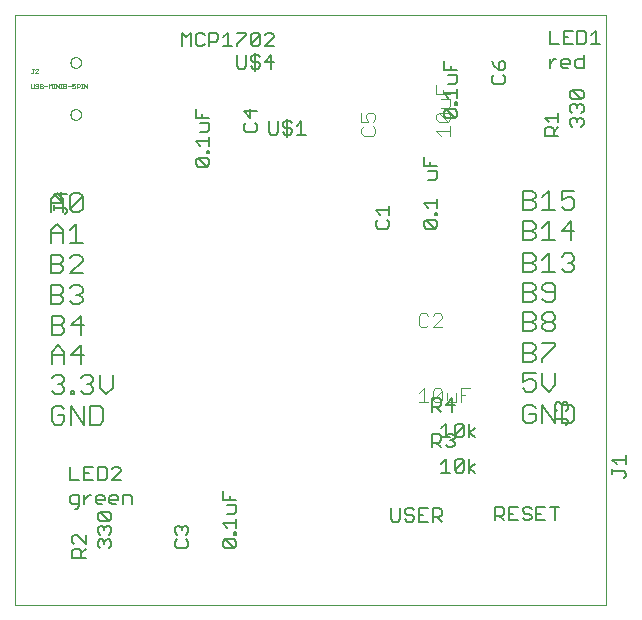
<source format=gbo>
G75*
%MOIN*%
%OFA0B0*%
%FSLAX25Y25*%
%IPPOS*%
%LPD*%
%AMOC8*
5,1,8,0,0,1.08239X$1,22.5*
%
%ADD10C,0.00000*%
%ADD11C,0.00700*%
%ADD12C,0.00500*%
%ADD13C,0.00400*%
%ADD14C,0.00100*%
D10*
X0013611Y0013611D02*
X0013611Y0210461D01*
X0210461Y0210461D01*
X0210461Y0013611D01*
X0013611Y0013611D01*
X0031997Y0177194D02*
X0031999Y0177278D01*
X0032005Y0177361D01*
X0032015Y0177444D01*
X0032029Y0177527D01*
X0032046Y0177609D01*
X0032068Y0177690D01*
X0032093Y0177769D01*
X0032122Y0177848D01*
X0032155Y0177925D01*
X0032191Y0178000D01*
X0032231Y0178074D01*
X0032274Y0178146D01*
X0032321Y0178215D01*
X0032371Y0178282D01*
X0032424Y0178347D01*
X0032480Y0178409D01*
X0032538Y0178469D01*
X0032600Y0178526D01*
X0032664Y0178579D01*
X0032731Y0178630D01*
X0032800Y0178677D01*
X0032871Y0178722D01*
X0032944Y0178762D01*
X0033019Y0178799D01*
X0033096Y0178833D01*
X0033174Y0178863D01*
X0033253Y0178889D01*
X0033334Y0178912D01*
X0033416Y0178930D01*
X0033498Y0178945D01*
X0033581Y0178956D01*
X0033664Y0178963D01*
X0033748Y0178966D01*
X0033832Y0178965D01*
X0033915Y0178960D01*
X0033999Y0178951D01*
X0034081Y0178938D01*
X0034163Y0178922D01*
X0034244Y0178901D01*
X0034325Y0178877D01*
X0034403Y0178849D01*
X0034481Y0178817D01*
X0034557Y0178781D01*
X0034631Y0178742D01*
X0034703Y0178700D01*
X0034773Y0178654D01*
X0034841Y0178605D01*
X0034906Y0178553D01*
X0034969Y0178498D01*
X0035029Y0178440D01*
X0035087Y0178379D01*
X0035141Y0178315D01*
X0035193Y0178249D01*
X0035241Y0178181D01*
X0035286Y0178110D01*
X0035327Y0178037D01*
X0035366Y0177963D01*
X0035400Y0177887D01*
X0035431Y0177809D01*
X0035458Y0177730D01*
X0035482Y0177649D01*
X0035501Y0177568D01*
X0035517Y0177486D01*
X0035529Y0177403D01*
X0035537Y0177319D01*
X0035541Y0177236D01*
X0035541Y0177152D01*
X0035537Y0177069D01*
X0035529Y0176985D01*
X0035517Y0176902D01*
X0035501Y0176820D01*
X0035482Y0176739D01*
X0035458Y0176658D01*
X0035431Y0176579D01*
X0035400Y0176501D01*
X0035366Y0176425D01*
X0035327Y0176351D01*
X0035286Y0176278D01*
X0035241Y0176207D01*
X0035193Y0176139D01*
X0035141Y0176073D01*
X0035087Y0176009D01*
X0035029Y0175948D01*
X0034969Y0175890D01*
X0034906Y0175835D01*
X0034841Y0175783D01*
X0034773Y0175734D01*
X0034703Y0175688D01*
X0034631Y0175646D01*
X0034557Y0175607D01*
X0034481Y0175571D01*
X0034403Y0175539D01*
X0034325Y0175511D01*
X0034244Y0175487D01*
X0034163Y0175466D01*
X0034081Y0175450D01*
X0033999Y0175437D01*
X0033915Y0175428D01*
X0033832Y0175423D01*
X0033748Y0175422D01*
X0033664Y0175425D01*
X0033581Y0175432D01*
X0033498Y0175443D01*
X0033416Y0175458D01*
X0033334Y0175476D01*
X0033253Y0175499D01*
X0033174Y0175525D01*
X0033096Y0175555D01*
X0033019Y0175589D01*
X0032944Y0175626D01*
X0032871Y0175666D01*
X0032800Y0175711D01*
X0032731Y0175758D01*
X0032664Y0175809D01*
X0032600Y0175862D01*
X0032538Y0175919D01*
X0032480Y0175979D01*
X0032424Y0176041D01*
X0032371Y0176106D01*
X0032321Y0176173D01*
X0032274Y0176242D01*
X0032231Y0176314D01*
X0032191Y0176388D01*
X0032155Y0176463D01*
X0032122Y0176540D01*
X0032093Y0176619D01*
X0032068Y0176698D01*
X0032046Y0176779D01*
X0032029Y0176861D01*
X0032015Y0176944D01*
X0032005Y0177027D01*
X0031999Y0177110D01*
X0031997Y0177194D01*
X0031997Y0194517D02*
X0031999Y0194601D01*
X0032005Y0194684D01*
X0032015Y0194767D01*
X0032029Y0194850D01*
X0032046Y0194932D01*
X0032068Y0195013D01*
X0032093Y0195092D01*
X0032122Y0195171D01*
X0032155Y0195248D01*
X0032191Y0195323D01*
X0032231Y0195397D01*
X0032274Y0195469D01*
X0032321Y0195538D01*
X0032371Y0195605D01*
X0032424Y0195670D01*
X0032480Y0195732D01*
X0032538Y0195792D01*
X0032600Y0195849D01*
X0032664Y0195902D01*
X0032731Y0195953D01*
X0032800Y0196000D01*
X0032871Y0196045D01*
X0032944Y0196085D01*
X0033019Y0196122D01*
X0033096Y0196156D01*
X0033174Y0196186D01*
X0033253Y0196212D01*
X0033334Y0196235D01*
X0033416Y0196253D01*
X0033498Y0196268D01*
X0033581Y0196279D01*
X0033664Y0196286D01*
X0033748Y0196289D01*
X0033832Y0196288D01*
X0033915Y0196283D01*
X0033999Y0196274D01*
X0034081Y0196261D01*
X0034163Y0196245D01*
X0034244Y0196224D01*
X0034325Y0196200D01*
X0034403Y0196172D01*
X0034481Y0196140D01*
X0034557Y0196104D01*
X0034631Y0196065D01*
X0034703Y0196023D01*
X0034773Y0195977D01*
X0034841Y0195928D01*
X0034906Y0195876D01*
X0034969Y0195821D01*
X0035029Y0195763D01*
X0035087Y0195702D01*
X0035141Y0195638D01*
X0035193Y0195572D01*
X0035241Y0195504D01*
X0035286Y0195433D01*
X0035327Y0195360D01*
X0035366Y0195286D01*
X0035400Y0195210D01*
X0035431Y0195132D01*
X0035458Y0195053D01*
X0035482Y0194972D01*
X0035501Y0194891D01*
X0035517Y0194809D01*
X0035529Y0194726D01*
X0035537Y0194642D01*
X0035541Y0194559D01*
X0035541Y0194475D01*
X0035537Y0194392D01*
X0035529Y0194308D01*
X0035517Y0194225D01*
X0035501Y0194143D01*
X0035482Y0194062D01*
X0035458Y0193981D01*
X0035431Y0193902D01*
X0035400Y0193824D01*
X0035366Y0193748D01*
X0035327Y0193674D01*
X0035286Y0193601D01*
X0035241Y0193530D01*
X0035193Y0193462D01*
X0035141Y0193396D01*
X0035087Y0193332D01*
X0035029Y0193271D01*
X0034969Y0193213D01*
X0034906Y0193158D01*
X0034841Y0193106D01*
X0034773Y0193057D01*
X0034703Y0193011D01*
X0034631Y0192969D01*
X0034557Y0192930D01*
X0034481Y0192894D01*
X0034403Y0192862D01*
X0034325Y0192834D01*
X0034244Y0192810D01*
X0034163Y0192789D01*
X0034081Y0192773D01*
X0033999Y0192760D01*
X0033915Y0192751D01*
X0033832Y0192746D01*
X0033748Y0192745D01*
X0033664Y0192748D01*
X0033581Y0192755D01*
X0033498Y0192766D01*
X0033416Y0192781D01*
X0033334Y0192799D01*
X0033253Y0192822D01*
X0033174Y0192848D01*
X0033096Y0192878D01*
X0033019Y0192912D01*
X0032944Y0192949D01*
X0032871Y0192989D01*
X0032800Y0193034D01*
X0032731Y0193081D01*
X0032664Y0193132D01*
X0032600Y0193185D01*
X0032538Y0193242D01*
X0032480Y0193302D01*
X0032424Y0193364D01*
X0032371Y0193429D01*
X0032321Y0193496D01*
X0032274Y0193565D01*
X0032231Y0193637D01*
X0032191Y0193711D01*
X0032155Y0193786D01*
X0032122Y0193863D01*
X0032093Y0193942D01*
X0032068Y0194021D01*
X0032046Y0194102D01*
X0032029Y0194184D01*
X0032015Y0194267D01*
X0032005Y0194350D01*
X0031999Y0194433D01*
X0031997Y0194517D01*
D11*
X0032875Y0150975D02*
X0034977Y0150975D01*
X0036027Y0149924D01*
X0031824Y0145721D01*
X0032875Y0144670D01*
X0034977Y0144670D01*
X0036027Y0145721D01*
X0036027Y0149924D01*
X0032875Y0150975D02*
X0031824Y0149924D01*
X0031824Y0145721D01*
X0029582Y0144670D02*
X0029582Y0148873D01*
X0027480Y0150975D01*
X0025378Y0148873D01*
X0025378Y0144670D01*
X0025378Y0147822D02*
X0029582Y0147822D01*
X0027480Y0140739D02*
X0029582Y0138637D01*
X0029582Y0134433D01*
X0031824Y0134433D02*
X0036027Y0134433D01*
X0033926Y0134433D02*
X0033926Y0140739D01*
X0031824Y0138637D01*
X0029582Y0137586D02*
X0025378Y0137586D01*
X0025378Y0138637D02*
X0027480Y0140739D01*
X0025378Y0138637D02*
X0025378Y0134433D01*
X0025378Y0130503D02*
X0028531Y0130503D01*
X0029582Y0129452D01*
X0029582Y0128401D01*
X0028531Y0127350D01*
X0025378Y0127350D01*
X0025378Y0124197D02*
X0025378Y0130503D01*
X0028531Y0127350D02*
X0029582Y0126299D01*
X0029582Y0125248D01*
X0028531Y0124197D01*
X0025378Y0124197D01*
X0025378Y0120266D02*
X0028531Y0120266D01*
X0029582Y0119216D01*
X0029582Y0118165D01*
X0028531Y0117114D01*
X0025378Y0117114D01*
X0025378Y0120266D02*
X0025378Y0113961D01*
X0028531Y0113961D01*
X0029582Y0115012D01*
X0029582Y0116063D01*
X0028531Y0117114D01*
X0031824Y0119216D02*
X0032875Y0120266D01*
X0034977Y0120266D01*
X0036027Y0119216D01*
X0036027Y0118165D01*
X0034977Y0117114D01*
X0036027Y0116063D01*
X0036027Y0115012D01*
X0034977Y0113961D01*
X0032875Y0113961D01*
X0031824Y0115012D01*
X0033926Y0117114D02*
X0034977Y0117114D01*
X0036027Y0124197D02*
X0031824Y0124197D01*
X0036027Y0128401D01*
X0036027Y0129452D01*
X0034977Y0130503D01*
X0032875Y0130503D01*
X0031824Y0129452D01*
X0028925Y0110030D02*
X0025772Y0110030D01*
X0025772Y0103725D01*
X0028925Y0103725D01*
X0029976Y0104776D01*
X0029976Y0105827D01*
X0028925Y0106877D01*
X0025772Y0106877D01*
X0028925Y0106877D02*
X0029976Y0107928D01*
X0029976Y0108979D01*
X0028925Y0110030D01*
X0032218Y0106877D02*
X0036421Y0106877D01*
X0035370Y0103725D02*
X0035370Y0110030D01*
X0032218Y0106877D01*
X0035370Y0100188D02*
X0032218Y0097035D01*
X0036421Y0097035D01*
X0035370Y0093882D02*
X0035370Y0100188D01*
X0029976Y0098086D02*
X0029976Y0093882D01*
X0029976Y0097035D02*
X0025772Y0097035D01*
X0025772Y0098086D02*
X0027874Y0100188D01*
X0029976Y0098086D01*
X0025772Y0098086D02*
X0025772Y0093882D01*
X0026823Y0090345D02*
X0028925Y0090345D01*
X0029976Y0089294D01*
X0029976Y0088243D01*
X0028925Y0087192D01*
X0029976Y0086142D01*
X0029976Y0085091D01*
X0028925Y0084040D01*
X0026823Y0084040D01*
X0025772Y0085091D01*
X0027874Y0087192D02*
X0028925Y0087192D01*
X0025772Y0089294D02*
X0026823Y0090345D01*
X0032218Y0085091D02*
X0033268Y0085091D01*
X0033268Y0084040D01*
X0032218Y0084040D01*
X0032218Y0085091D01*
X0035440Y0085091D02*
X0036491Y0084040D01*
X0038593Y0084040D01*
X0039644Y0085091D01*
X0039644Y0086142D01*
X0038593Y0087192D01*
X0037542Y0087192D01*
X0038593Y0087192D02*
X0039644Y0088243D01*
X0039644Y0089294D01*
X0038593Y0090345D01*
X0036491Y0090345D01*
X0035440Y0089294D01*
X0041886Y0090345D02*
X0041886Y0086142D01*
X0043988Y0084040D01*
X0046089Y0086142D01*
X0046089Y0090345D01*
X0041816Y0080109D02*
X0038663Y0080109D01*
X0038663Y0073804D01*
X0041816Y0073804D01*
X0042867Y0074854D01*
X0042867Y0079058D01*
X0041816Y0080109D01*
X0036421Y0080109D02*
X0036421Y0073804D01*
X0032218Y0080109D01*
X0032218Y0073804D01*
X0029976Y0074854D02*
X0029976Y0076956D01*
X0027874Y0076956D01*
X0029976Y0074854D02*
X0028925Y0073804D01*
X0026823Y0073804D01*
X0025772Y0074854D01*
X0025772Y0079058D01*
X0026823Y0080109D01*
X0028925Y0080109D01*
X0029976Y0079058D01*
X0182859Y0079452D02*
X0182859Y0075248D01*
X0183910Y0074197D01*
X0186011Y0074197D01*
X0187062Y0075248D01*
X0187062Y0077350D01*
X0184960Y0077350D01*
X0182859Y0079452D02*
X0183910Y0080503D01*
X0186011Y0080503D01*
X0187062Y0079452D01*
X0189304Y0080503D02*
X0193508Y0074197D01*
X0193508Y0080503D01*
X0195750Y0080503D02*
X0198902Y0080503D01*
X0199953Y0079452D01*
X0199953Y0075248D01*
X0198902Y0074197D01*
X0195750Y0074197D01*
X0195750Y0080503D01*
X0191406Y0084827D02*
X0193508Y0086929D01*
X0193508Y0091133D01*
X0189304Y0091133D02*
X0189304Y0086929D01*
X0191406Y0084827D01*
X0187062Y0085878D02*
X0187062Y0087980D01*
X0186011Y0089031D01*
X0184960Y0089031D01*
X0182859Y0087980D01*
X0182859Y0091133D01*
X0187062Y0091133D01*
X0186011Y0094670D02*
X0182859Y0094670D01*
X0182859Y0100975D01*
X0186011Y0100975D01*
X0187062Y0099924D01*
X0187062Y0098873D01*
X0186011Y0097822D01*
X0182859Y0097822D01*
X0186011Y0097822D02*
X0187062Y0096771D01*
X0187062Y0095721D01*
X0186011Y0094670D01*
X0189304Y0094670D02*
X0189304Y0095721D01*
X0193508Y0099924D01*
X0193508Y0100975D01*
X0189304Y0100975D01*
X0190355Y0104906D02*
X0189304Y0105957D01*
X0189304Y0107008D01*
X0190355Y0108059D01*
X0192457Y0108059D01*
X0193508Y0107008D01*
X0193508Y0105957D01*
X0192457Y0104906D01*
X0190355Y0104906D01*
X0190355Y0108059D02*
X0189304Y0109109D01*
X0189304Y0110160D01*
X0190355Y0111211D01*
X0192457Y0111211D01*
X0193508Y0110160D01*
X0193508Y0109109D01*
X0192457Y0108059D01*
X0187062Y0109109D02*
X0186011Y0108059D01*
X0182859Y0108059D01*
X0182859Y0111211D02*
X0182859Y0104906D01*
X0186011Y0104906D01*
X0187062Y0105957D01*
X0187062Y0107008D01*
X0186011Y0108059D01*
X0187062Y0109109D02*
X0187062Y0110160D01*
X0186011Y0111211D01*
X0182859Y0111211D01*
X0182859Y0114748D02*
X0186011Y0114748D01*
X0187062Y0115799D01*
X0187062Y0116850D01*
X0186011Y0117901D01*
X0182859Y0117901D01*
X0186011Y0117901D02*
X0187062Y0118952D01*
X0187062Y0120003D01*
X0186011Y0121054D01*
X0182859Y0121054D01*
X0182859Y0114748D01*
X0189304Y0115799D02*
X0190355Y0114748D01*
X0192457Y0114748D01*
X0193508Y0115799D01*
X0193508Y0120003D01*
X0192457Y0121054D01*
X0190355Y0121054D01*
X0189304Y0120003D01*
X0189304Y0118952D01*
X0190355Y0117901D01*
X0193508Y0117901D01*
X0193508Y0124591D02*
X0189304Y0124591D01*
X0191406Y0124591D02*
X0191406Y0130896D01*
X0189304Y0128795D01*
X0187062Y0128795D02*
X0186011Y0127744D01*
X0182859Y0127744D01*
X0182859Y0130896D02*
X0182859Y0124591D01*
X0186011Y0124591D01*
X0187062Y0125642D01*
X0187062Y0126693D01*
X0186011Y0127744D01*
X0187062Y0128795D02*
X0187062Y0129845D01*
X0186011Y0130896D01*
X0182859Y0130896D01*
X0182859Y0135221D02*
X0186011Y0135221D01*
X0187062Y0136272D01*
X0187062Y0137323D01*
X0186011Y0138374D01*
X0182859Y0138374D01*
X0182859Y0141526D02*
X0182859Y0135221D01*
X0186011Y0138374D02*
X0187062Y0139424D01*
X0187062Y0140475D01*
X0186011Y0141526D01*
X0182859Y0141526D01*
X0182859Y0145457D02*
X0186011Y0145457D01*
X0187062Y0146508D01*
X0187062Y0147559D01*
X0186011Y0148610D01*
X0182859Y0148610D01*
X0186011Y0148610D02*
X0187062Y0149661D01*
X0187062Y0150712D01*
X0186011Y0151762D01*
X0182859Y0151762D01*
X0182859Y0145457D01*
X0189304Y0145457D02*
X0193508Y0145457D01*
X0191406Y0145457D02*
X0191406Y0151762D01*
X0189304Y0149661D01*
X0195750Y0148610D02*
X0197851Y0149661D01*
X0198902Y0149661D01*
X0199953Y0148610D01*
X0199953Y0146508D01*
X0198902Y0145457D01*
X0196801Y0145457D01*
X0195750Y0146508D01*
X0195750Y0148610D02*
X0195750Y0151762D01*
X0199953Y0151762D01*
X0198902Y0141526D02*
X0195750Y0138374D01*
X0199953Y0138374D01*
X0198902Y0141526D02*
X0198902Y0135221D01*
X0198902Y0130896D02*
X0196801Y0130896D01*
X0195750Y0129845D01*
X0197851Y0127744D02*
X0198902Y0127744D01*
X0199953Y0126693D01*
X0199953Y0125642D01*
X0198902Y0124591D01*
X0196801Y0124591D01*
X0195750Y0125642D01*
X0198902Y0127744D02*
X0199953Y0128795D01*
X0199953Y0129845D01*
X0198902Y0130896D01*
X0193508Y0135221D02*
X0189304Y0135221D01*
X0191406Y0135221D02*
X0191406Y0141526D01*
X0189304Y0139424D01*
X0187062Y0085878D02*
X0186011Y0084827D01*
X0183910Y0084827D01*
X0182859Y0085878D01*
X0189304Y0080503D02*
X0189304Y0074197D01*
D12*
X0193429Y0075102D02*
X0193429Y0076603D01*
X0193429Y0075852D02*
X0197182Y0075852D01*
X0197933Y0075102D01*
X0197933Y0074351D01*
X0197182Y0073600D01*
X0197182Y0078204D02*
X0197933Y0078955D01*
X0197933Y0080456D01*
X0197182Y0081207D01*
X0196431Y0081207D01*
X0195681Y0080456D01*
X0195681Y0079706D01*
X0195681Y0080456D02*
X0194930Y0081207D01*
X0194179Y0081207D01*
X0193429Y0080456D01*
X0193429Y0078955D01*
X0194179Y0078204D01*
X0212671Y0062082D02*
X0214173Y0060581D01*
X0212671Y0062082D02*
X0217175Y0062082D01*
X0217175Y0060581D02*
X0217175Y0063583D01*
X0216425Y0058229D02*
X0212671Y0058229D01*
X0212671Y0058979D02*
X0212671Y0057478D01*
X0216425Y0058229D02*
X0217175Y0057478D01*
X0217175Y0056727D01*
X0216425Y0055977D01*
X0194925Y0046396D02*
X0191922Y0046396D01*
X0193424Y0046396D02*
X0193424Y0041893D01*
X0190321Y0041893D02*
X0187318Y0041893D01*
X0187318Y0046396D01*
X0190321Y0046396D01*
X0188820Y0044144D02*
X0187318Y0044144D01*
X0185717Y0043394D02*
X0185717Y0042643D01*
X0184966Y0041893D01*
X0183465Y0041893D01*
X0182715Y0042643D01*
X0183465Y0044144D02*
X0184966Y0044144D01*
X0185717Y0043394D01*
X0185717Y0045646D02*
X0184966Y0046396D01*
X0183465Y0046396D01*
X0182715Y0045646D01*
X0182715Y0044895D01*
X0183465Y0044144D01*
X0181113Y0046396D02*
X0178111Y0046396D01*
X0178111Y0041893D01*
X0181113Y0041893D01*
X0179612Y0044144D02*
X0178111Y0044144D01*
X0176509Y0044144D02*
X0175759Y0043394D01*
X0173507Y0043394D01*
X0175008Y0043394D02*
X0176509Y0041893D01*
X0173507Y0041893D02*
X0173507Y0046396D01*
X0175759Y0046396D01*
X0176509Y0045646D01*
X0176509Y0044144D01*
X0167011Y0057818D02*
X0164759Y0059319D01*
X0167011Y0060820D01*
X0164759Y0062322D02*
X0164759Y0057818D01*
X0163158Y0058568D02*
X0163158Y0061571D01*
X0160155Y0058568D01*
X0160906Y0057818D01*
X0162407Y0057818D01*
X0163158Y0058568D01*
X0160155Y0058568D02*
X0160155Y0061571D01*
X0160906Y0062322D01*
X0162407Y0062322D01*
X0163158Y0061571D01*
X0158554Y0057818D02*
X0155552Y0057818D01*
X0157053Y0057818D02*
X0157053Y0062322D01*
X0155552Y0060820D01*
X0155454Y0066318D02*
X0153953Y0067819D01*
X0154703Y0067819D02*
X0152452Y0067819D01*
X0152452Y0066318D02*
X0152452Y0070822D01*
X0154703Y0070822D01*
X0155454Y0070071D01*
X0155454Y0068570D01*
X0154703Y0067819D01*
X0155552Y0069629D02*
X0158554Y0069629D01*
X0158557Y0068570D02*
X0159307Y0068570D01*
X0160058Y0067819D01*
X0160058Y0067068D01*
X0159307Y0066318D01*
X0157806Y0066318D01*
X0157055Y0067068D01*
X0157053Y0069629D02*
X0157053Y0074133D01*
X0155552Y0072631D01*
X0157806Y0070822D02*
X0157055Y0070071D01*
X0157806Y0070822D02*
X0159307Y0070822D01*
X0160058Y0070071D01*
X0160058Y0069320D01*
X0159307Y0068570D01*
X0160906Y0069629D02*
X0160155Y0070379D01*
X0163158Y0073382D01*
X0163158Y0070379D01*
X0162407Y0069629D01*
X0160906Y0069629D01*
X0160155Y0070379D02*
X0160155Y0073382D01*
X0160906Y0074133D01*
X0162407Y0074133D01*
X0163158Y0073382D01*
X0164759Y0074133D02*
X0164759Y0069629D01*
X0164759Y0071130D02*
X0167011Y0072631D01*
X0164759Y0071130D02*
X0167011Y0069629D01*
X0159307Y0078129D02*
X0159307Y0082633D01*
X0157055Y0080381D01*
X0160058Y0080381D01*
X0155454Y0080381D02*
X0154703Y0079630D01*
X0152452Y0079630D01*
X0153953Y0079630D02*
X0155454Y0078129D01*
X0155454Y0080381D02*
X0155454Y0081882D01*
X0154703Y0082633D01*
X0152452Y0082633D01*
X0152452Y0078129D01*
X0152712Y0046003D02*
X0154964Y0046003D01*
X0155715Y0045252D01*
X0155715Y0043751D01*
X0154964Y0043000D01*
X0152712Y0043000D01*
X0152712Y0041499D02*
X0152712Y0046003D01*
X0151111Y0046003D02*
X0148108Y0046003D01*
X0148108Y0041499D01*
X0151111Y0041499D01*
X0149610Y0043751D02*
X0148108Y0043751D01*
X0146507Y0043000D02*
X0146507Y0042249D01*
X0145756Y0041499D01*
X0144255Y0041499D01*
X0143504Y0042249D01*
X0141903Y0042249D02*
X0141903Y0046003D01*
X0143504Y0045252D02*
X0143504Y0044501D01*
X0144255Y0043751D01*
X0145756Y0043751D01*
X0146507Y0043000D01*
X0146507Y0045252D02*
X0145756Y0046003D01*
X0144255Y0046003D01*
X0143504Y0045252D01*
X0141903Y0042249D02*
X0141152Y0041499D01*
X0139651Y0041499D01*
X0138900Y0042249D01*
X0138900Y0046003D01*
X0154213Y0043000D02*
X0155715Y0041499D01*
X0087326Y0040937D02*
X0082822Y0040937D01*
X0084323Y0039436D01*
X0086575Y0037885D02*
X0086575Y0037134D01*
X0087326Y0037134D01*
X0087326Y0037885D01*
X0086575Y0037885D01*
X0087326Y0039436D02*
X0087326Y0042439D01*
X0086575Y0044040D02*
X0087326Y0044791D01*
X0087326Y0047043D01*
X0084323Y0047043D01*
X0085074Y0048644D02*
X0085074Y0050145D01*
X0087326Y0048644D02*
X0082822Y0048644D01*
X0082822Y0051647D01*
X0084323Y0044040D02*
X0086575Y0044040D01*
X0086575Y0035533D02*
X0083572Y0035533D01*
X0086575Y0032530D01*
X0087326Y0033281D01*
X0087326Y0034782D01*
X0086575Y0035533D01*
X0083572Y0035533D02*
X0082822Y0034782D01*
X0082822Y0033281D01*
X0083572Y0032530D01*
X0086575Y0032530D01*
X0071326Y0033281D02*
X0071326Y0034782D01*
X0070575Y0035533D01*
X0070575Y0037134D02*
X0071326Y0037885D01*
X0071326Y0039386D01*
X0070575Y0040137D01*
X0069824Y0040137D01*
X0069074Y0039386D01*
X0069074Y0038636D01*
X0069074Y0039386D02*
X0068323Y0040137D01*
X0067572Y0040137D01*
X0066822Y0039386D01*
X0066822Y0037885D01*
X0067572Y0037134D01*
X0067572Y0035533D02*
X0066822Y0034782D01*
X0066822Y0033281D01*
X0067572Y0032530D01*
X0070575Y0032530D01*
X0071326Y0033281D01*
X0052563Y0047322D02*
X0052563Y0049574D01*
X0051812Y0050324D01*
X0049561Y0050324D01*
X0049561Y0047322D01*
X0047959Y0048823D02*
X0044957Y0048823D01*
X0044957Y0049574D02*
X0045707Y0050324D01*
X0047209Y0050324D01*
X0047959Y0049574D01*
X0047959Y0048823D01*
X0047209Y0047322D02*
X0045707Y0047322D01*
X0044957Y0048072D01*
X0044957Y0049574D01*
X0043355Y0049574D02*
X0043355Y0048823D01*
X0040353Y0048823D01*
X0040353Y0049574D02*
X0041103Y0050324D01*
X0042605Y0050324D01*
X0043355Y0049574D01*
X0042605Y0047322D02*
X0041103Y0047322D01*
X0040353Y0048072D01*
X0040353Y0049574D01*
X0038768Y0050324D02*
X0038017Y0050324D01*
X0036516Y0048823D01*
X0036516Y0047322D02*
X0036516Y0050324D01*
X0034915Y0050324D02*
X0034915Y0046571D01*
X0034164Y0045820D01*
X0033413Y0045820D01*
X0032663Y0047322D02*
X0031912Y0048072D01*
X0031912Y0049574D01*
X0032663Y0050324D01*
X0034915Y0050324D01*
X0034915Y0047322D02*
X0032663Y0047322D01*
X0031912Y0055322D02*
X0034915Y0055322D01*
X0036516Y0055322D02*
X0039519Y0055322D01*
X0041120Y0055322D02*
X0043372Y0055322D01*
X0044123Y0056072D01*
X0044123Y0059075D01*
X0043372Y0059825D01*
X0041120Y0059825D01*
X0041120Y0055322D01*
X0038017Y0057574D02*
X0036516Y0057574D01*
X0036516Y0059825D02*
X0036516Y0055322D01*
X0036516Y0059825D02*
X0039519Y0059825D01*
X0045724Y0059075D02*
X0046475Y0059825D01*
X0047976Y0059825D01*
X0048727Y0059075D01*
X0048727Y0058324D01*
X0045724Y0055322D01*
X0048727Y0055322D01*
X0044835Y0044770D02*
X0041832Y0044770D01*
X0044835Y0041767D01*
X0045585Y0042518D01*
X0045585Y0044019D01*
X0044835Y0044770D01*
X0041832Y0044770D02*
X0041082Y0044019D01*
X0041082Y0042518D01*
X0041832Y0041767D01*
X0044835Y0041767D01*
X0044835Y0040166D02*
X0045585Y0039415D01*
X0045585Y0037914D01*
X0044835Y0037163D01*
X0044835Y0035562D02*
X0045585Y0034811D01*
X0045585Y0033310D01*
X0044835Y0032559D01*
X0043334Y0034061D02*
X0043334Y0034811D01*
X0044084Y0035562D01*
X0044835Y0035562D01*
X0043334Y0034811D02*
X0042583Y0035562D01*
X0041832Y0035562D01*
X0041082Y0034811D01*
X0041082Y0033310D01*
X0041832Y0032559D01*
X0041832Y0037163D02*
X0041082Y0037914D01*
X0041082Y0039415D01*
X0041832Y0040166D01*
X0042583Y0040166D01*
X0043334Y0039415D01*
X0044084Y0040166D01*
X0044835Y0040166D01*
X0043334Y0039415D02*
X0043334Y0038665D01*
X0037085Y0037066D02*
X0037085Y0034063D01*
X0034083Y0037066D01*
X0033332Y0037066D01*
X0032582Y0036315D01*
X0032582Y0034814D01*
X0033332Y0034063D01*
X0033332Y0032462D02*
X0034834Y0032462D01*
X0035584Y0031711D01*
X0035584Y0029459D01*
X0037085Y0029459D02*
X0032582Y0029459D01*
X0032582Y0031711D01*
X0033332Y0032462D01*
X0035584Y0030961D02*
X0037085Y0032462D01*
X0031912Y0055322D02*
X0031912Y0059825D01*
X0030204Y0143890D02*
X0030955Y0144641D01*
X0030955Y0145391D01*
X0030204Y0146142D01*
X0026451Y0146142D01*
X0026451Y0145391D02*
X0026451Y0146893D01*
X0028703Y0148494D02*
X0028703Y0151497D01*
X0030955Y0150746D02*
X0026451Y0150746D01*
X0028703Y0148494D01*
X0073751Y0160579D02*
X0073751Y0162080D01*
X0074502Y0162831D01*
X0077504Y0159828D01*
X0078255Y0160579D01*
X0078255Y0162080D01*
X0077504Y0162831D01*
X0074502Y0162831D01*
X0073751Y0160579D02*
X0074502Y0159828D01*
X0077504Y0159828D01*
X0077504Y0164432D02*
X0077504Y0165183D01*
X0078255Y0165183D01*
X0078255Y0164432D01*
X0077504Y0164432D01*
X0078255Y0166734D02*
X0078255Y0169737D01*
X0078255Y0168236D02*
X0073751Y0168236D01*
X0075252Y0166734D01*
X0075252Y0171338D02*
X0077504Y0171338D01*
X0078255Y0172089D01*
X0078255Y0174341D01*
X0075252Y0174341D01*
X0076003Y0175942D02*
X0076003Y0177443D01*
X0078255Y0175942D02*
X0073751Y0175942D01*
X0073751Y0178945D01*
X0087549Y0193253D02*
X0088300Y0192503D01*
X0089801Y0192503D01*
X0090552Y0193253D01*
X0090552Y0197007D01*
X0092153Y0196256D02*
X0092904Y0197007D01*
X0094405Y0197007D01*
X0095156Y0196256D01*
X0094405Y0194755D02*
X0092904Y0194755D01*
X0092153Y0195505D01*
X0092153Y0196256D01*
X0093654Y0197757D02*
X0093654Y0191752D01*
X0092904Y0192503D02*
X0094405Y0192503D01*
X0095156Y0193253D01*
X0095156Y0194004D01*
X0094405Y0194755D01*
X0096757Y0194755D02*
X0099760Y0194755D01*
X0099009Y0192503D02*
X0099009Y0197007D01*
X0096757Y0194755D01*
X0092904Y0192503D02*
X0092153Y0193253D01*
X0087549Y0193253D02*
X0087549Y0197007D01*
X0087549Y0200003D02*
X0087549Y0200753D01*
X0090552Y0203756D01*
X0090552Y0204507D01*
X0087549Y0204507D01*
X0084447Y0204507D02*
X0084447Y0200003D01*
X0085948Y0200003D02*
X0082945Y0200003D01*
X0081344Y0202255D02*
X0080593Y0201504D01*
X0078341Y0201504D01*
X0078341Y0200003D02*
X0078341Y0204507D01*
X0080593Y0204507D01*
X0081344Y0203756D01*
X0081344Y0202255D01*
X0082945Y0203005D02*
X0084447Y0204507D01*
X0092153Y0203756D02*
X0092153Y0200753D01*
X0095156Y0203756D01*
X0095156Y0200753D01*
X0094405Y0200003D01*
X0092904Y0200003D01*
X0092153Y0200753D01*
X0092153Y0203756D02*
X0092904Y0204507D01*
X0094405Y0204507D01*
X0095156Y0203756D01*
X0096757Y0203756D02*
X0097508Y0204507D01*
X0099009Y0204507D01*
X0099760Y0203756D01*
X0099760Y0203005D01*
X0096757Y0200003D01*
X0099760Y0200003D01*
X0092003Y0178945D02*
X0092003Y0175942D01*
X0089751Y0178194D01*
X0094255Y0178194D01*
X0093504Y0174341D02*
X0094255Y0173590D01*
X0094255Y0172089D01*
X0093504Y0171338D01*
X0090502Y0171338D01*
X0089751Y0172089D01*
X0089751Y0173590D01*
X0090502Y0174341D01*
X0098227Y0174995D02*
X0098227Y0171242D01*
X0098978Y0170491D01*
X0100479Y0170491D01*
X0101230Y0171242D01*
X0101230Y0174995D01*
X0102831Y0174244D02*
X0102831Y0173494D01*
X0103582Y0172743D01*
X0105083Y0172743D01*
X0105834Y0171992D01*
X0105834Y0171242D01*
X0105083Y0170491D01*
X0103582Y0170491D01*
X0102831Y0171242D01*
X0104332Y0169740D02*
X0104332Y0175745D01*
X0103582Y0174995D02*
X0105083Y0174995D01*
X0105834Y0174244D01*
X0107435Y0173494D02*
X0108936Y0174995D01*
X0108936Y0170491D01*
X0107435Y0170491D02*
X0110438Y0170491D01*
X0103582Y0174995D02*
X0102831Y0174244D01*
X0076740Y0200753D02*
X0075989Y0200003D01*
X0074488Y0200003D01*
X0073737Y0200753D01*
X0073737Y0203756D01*
X0074488Y0204507D01*
X0075989Y0204507D01*
X0076740Y0203756D01*
X0072136Y0204507D02*
X0072136Y0200003D01*
X0069133Y0200003D02*
X0069133Y0204507D01*
X0070635Y0203005D01*
X0072136Y0204507D01*
X0133751Y0145250D02*
X0138255Y0145250D01*
X0138255Y0146751D02*
X0138255Y0143748D01*
X0137504Y0142147D02*
X0138255Y0141396D01*
X0138255Y0139895D01*
X0137504Y0139144D01*
X0134502Y0139144D01*
X0133751Y0139895D01*
X0133751Y0141396D01*
X0134502Y0142147D01*
X0135252Y0143748D02*
X0133751Y0145250D01*
X0149751Y0147552D02*
X0154255Y0147552D01*
X0154255Y0149053D02*
X0154255Y0146050D01*
X0154255Y0144499D02*
X0154255Y0143748D01*
X0153504Y0143748D01*
X0153504Y0144499D01*
X0154255Y0144499D01*
X0153504Y0142147D02*
X0150502Y0142147D01*
X0153504Y0139144D01*
X0154255Y0139895D01*
X0154255Y0141396D01*
X0153504Y0142147D01*
X0150502Y0142147D02*
X0149751Y0141396D01*
X0149751Y0139895D01*
X0150502Y0139144D01*
X0153504Y0139144D01*
X0151252Y0146050D02*
X0149751Y0147552D01*
X0151252Y0155258D02*
X0153504Y0155258D01*
X0154255Y0156009D01*
X0154255Y0158261D01*
X0151252Y0158261D01*
X0152003Y0159862D02*
X0152003Y0161363D01*
X0154255Y0159862D02*
X0149751Y0159862D01*
X0149751Y0162865D01*
X0157179Y0175891D02*
X0156428Y0176642D01*
X0156428Y0178143D01*
X0157179Y0178894D01*
X0160181Y0175891D01*
X0160932Y0176642D01*
X0160932Y0178143D01*
X0160181Y0178894D01*
X0157179Y0178894D01*
X0157929Y0182797D02*
X0156428Y0184299D01*
X0160932Y0184299D01*
X0160932Y0185800D02*
X0160932Y0182797D01*
X0160932Y0181246D02*
X0160932Y0180495D01*
X0160181Y0180495D01*
X0160181Y0181246D01*
X0160932Y0181246D01*
X0160181Y0187401D02*
X0157929Y0187401D01*
X0160181Y0187401D02*
X0160932Y0188152D01*
X0160932Y0190404D01*
X0157929Y0190404D01*
X0158680Y0192005D02*
X0158680Y0193506D01*
X0160932Y0192005D02*
X0156428Y0192005D01*
X0156428Y0195008D01*
X0172428Y0195008D02*
X0173179Y0193506D01*
X0174680Y0192005D01*
X0174680Y0194257D01*
X0175431Y0195008D01*
X0176181Y0195008D01*
X0176932Y0194257D01*
X0176932Y0192756D01*
X0176181Y0192005D01*
X0174680Y0192005D01*
X0176181Y0190404D02*
X0176932Y0189653D01*
X0176932Y0188152D01*
X0176181Y0187401D01*
X0173179Y0187401D01*
X0172428Y0188152D01*
X0172428Y0189653D01*
X0173179Y0190404D01*
X0160181Y0175891D02*
X0157179Y0175891D01*
X0190062Y0176116D02*
X0194566Y0176116D01*
X0194566Y0174615D02*
X0194566Y0177617D01*
X0191563Y0174615D02*
X0190062Y0176116D01*
X0190813Y0173013D02*
X0192314Y0173013D01*
X0193064Y0172263D01*
X0193064Y0170011D01*
X0193064Y0171512D02*
X0194566Y0173013D01*
X0194566Y0170011D02*
X0190062Y0170011D01*
X0190062Y0172263D01*
X0190813Y0173013D01*
X0198562Y0173861D02*
X0198562Y0175363D01*
X0199313Y0176113D01*
X0200063Y0176113D01*
X0200814Y0175363D01*
X0201564Y0176113D01*
X0202315Y0176113D01*
X0203066Y0175363D01*
X0203066Y0173861D01*
X0202315Y0173111D01*
X0200814Y0174612D02*
X0200814Y0175363D01*
X0199313Y0173111D02*
X0198562Y0173861D01*
X0199313Y0177715D02*
X0198562Y0178465D01*
X0198562Y0179966D01*
X0199313Y0180717D01*
X0200063Y0180717D01*
X0200814Y0179966D01*
X0201564Y0180717D01*
X0202315Y0180717D01*
X0203066Y0179966D01*
X0203066Y0178465D01*
X0202315Y0177715D01*
X0200814Y0179216D02*
X0200814Y0179966D01*
X0202315Y0182318D02*
X0199313Y0182318D01*
X0198562Y0183069D01*
X0198562Y0184570D01*
X0199313Y0185321D01*
X0202315Y0182318D01*
X0203066Y0183069D01*
X0203066Y0184570D01*
X0202315Y0185321D01*
X0199313Y0185321D01*
X0197843Y0192676D02*
X0196342Y0192676D01*
X0195591Y0193427D01*
X0195591Y0194928D01*
X0196342Y0195679D01*
X0197843Y0195679D01*
X0198594Y0194928D01*
X0198594Y0194177D01*
X0195591Y0194177D01*
X0194007Y0195679D02*
X0193256Y0195679D01*
X0191755Y0194177D01*
X0191755Y0192676D02*
X0191755Y0195679D01*
X0191755Y0200676D02*
X0194757Y0200676D01*
X0196359Y0200676D02*
X0199361Y0200676D01*
X0200963Y0200676D02*
X0203214Y0200676D01*
X0203965Y0201427D01*
X0203965Y0204429D01*
X0203214Y0205180D01*
X0200963Y0205180D01*
X0200963Y0200676D01*
X0203198Y0197180D02*
X0203198Y0192676D01*
X0200946Y0192676D01*
X0200195Y0193427D01*
X0200195Y0194928D01*
X0200946Y0195679D01*
X0203198Y0195679D01*
X0205566Y0200676D02*
X0208569Y0200676D01*
X0207068Y0200676D02*
X0207068Y0205180D01*
X0205566Y0203679D01*
X0199361Y0205180D02*
X0196359Y0205180D01*
X0196359Y0200676D01*
X0196359Y0202928D02*
X0197860Y0202928D01*
X0191755Y0205180D02*
X0191755Y0200676D01*
D13*
X0158569Y0183961D02*
X0153965Y0183961D01*
X0153965Y0187031D01*
X0156267Y0185496D02*
X0156267Y0183961D01*
X0155499Y0182427D02*
X0158569Y0182427D01*
X0158569Y0180125D01*
X0157801Y0179357D01*
X0155499Y0179357D01*
X0154732Y0177823D02*
X0157801Y0174754D01*
X0158569Y0175521D01*
X0158569Y0177055D01*
X0157801Y0177823D01*
X0154732Y0177823D01*
X0153965Y0177055D01*
X0153965Y0175521D01*
X0154732Y0174754D01*
X0157801Y0174754D01*
X0158569Y0173219D02*
X0158569Y0170150D01*
X0158569Y0171684D02*
X0153965Y0171684D01*
X0155499Y0170150D01*
X0133569Y0170917D02*
X0133569Y0172452D01*
X0132801Y0173219D01*
X0132801Y0174754D02*
X0133569Y0175521D01*
X0133569Y0177055D01*
X0132801Y0177823D01*
X0131267Y0177823D01*
X0130499Y0177055D01*
X0130499Y0176288D01*
X0131267Y0174754D01*
X0128965Y0174754D01*
X0128965Y0177823D01*
X0129732Y0173219D02*
X0128965Y0172452D01*
X0128965Y0170917D01*
X0129732Y0170150D01*
X0132801Y0170150D01*
X0133569Y0170917D01*
X0148988Y0110856D02*
X0148220Y0110089D01*
X0148220Y0107019D01*
X0148988Y0106252D01*
X0150522Y0106252D01*
X0151290Y0107019D01*
X0152824Y0106252D02*
X0155894Y0109321D01*
X0155894Y0110089D01*
X0155126Y0110856D01*
X0153592Y0110856D01*
X0152824Y0110089D01*
X0151290Y0110089D02*
X0150522Y0110856D01*
X0148988Y0110856D01*
X0152824Y0106252D02*
X0155894Y0106252D01*
X0155126Y0085856D02*
X0153592Y0085856D01*
X0152824Y0085089D01*
X0152824Y0082019D01*
X0155894Y0085089D01*
X0155894Y0082019D01*
X0155126Y0081252D01*
X0153592Y0081252D01*
X0152824Y0082019D01*
X0151290Y0081252D02*
X0148220Y0081252D01*
X0149755Y0081252D02*
X0149755Y0085856D01*
X0148220Y0084321D01*
X0155126Y0085856D02*
X0155894Y0085089D01*
X0157428Y0084321D02*
X0157428Y0082019D01*
X0158196Y0081252D01*
X0160498Y0081252D01*
X0160498Y0084321D01*
X0162032Y0083554D02*
X0163567Y0083554D01*
X0162032Y0085856D02*
X0165102Y0085856D01*
X0162032Y0085856D02*
X0162032Y0081252D01*
D14*
X0037498Y0185905D02*
X0037498Y0187406D01*
X0036498Y0187406D02*
X0037498Y0185905D01*
X0036498Y0185905D02*
X0036498Y0187406D01*
X0036016Y0187406D02*
X0035515Y0187406D01*
X0035766Y0187406D02*
X0035766Y0185905D01*
X0036016Y0185905D02*
X0035515Y0185905D01*
X0034793Y0186406D02*
X0034042Y0186406D01*
X0034042Y0185905D02*
X0034042Y0187406D01*
X0034793Y0187406D01*
X0035043Y0187156D01*
X0035043Y0186656D01*
X0034793Y0186406D01*
X0033570Y0186656D02*
X0033570Y0186155D01*
X0033320Y0185905D01*
X0032819Y0185905D01*
X0032569Y0186155D01*
X0032569Y0186656D02*
X0033069Y0186906D01*
X0033320Y0186906D01*
X0033570Y0186656D01*
X0033570Y0187406D02*
X0032569Y0187406D01*
X0032569Y0186656D01*
X0032096Y0186656D02*
X0031096Y0186656D01*
X0030623Y0186906D02*
X0030373Y0186656D01*
X0029622Y0186656D01*
X0029622Y0187406D02*
X0030373Y0187406D01*
X0030623Y0187156D01*
X0030623Y0186906D01*
X0030373Y0186656D02*
X0030623Y0186406D01*
X0030623Y0186155D01*
X0030373Y0185905D01*
X0029622Y0185905D01*
X0029622Y0187406D01*
X0029141Y0187406D02*
X0028640Y0187406D01*
X0028890Y0187406D02*
X0028890Y0185905D01*
X0028640Y0185905D02*
X0029141Y0185905D01*
X0028168Y0185905D02*
X0028168Y0187406D01*
X0027167Y0187406D02*
X0028168Y0185905D01*
X0027167Y0185905D02*
X0027167Y0187406D01*
X0026685Y0187406D02*
X0026185Y0187406D01*
X0026435Y0187406D02*
X0026435Y0185905D01*
X0026185Y0185905D02*
X0026685Y0185905D01*
X0025712Y0185905D02*
X0025712Y0187406D01*
X0025212Y0186906D01*
X0024712Y0187406D01*
X0024712Y0185905D01*
X0024239Y0186656D02*
X0023238Y0186656D01*
X0022766Y0186906D02*
X0022516Y0186656D01*
X0021765Y0186656D01*
X0021293Y0186406D02*
X0021293Y0186155D01*
X0021042Y0185905D01*
X0020542Y0185905D01*
X0020292Y0186155D01*
X0019819Y0186155D02*
X0019819Y0187406D01*
X0020292Y0187156D02*
X0020292Y0186906D01*
X0020542Y0186656D01*
X0021042Y0186656D01*
X0021293Y0186406D01*
X0021765Y0185905D02*
X0022516Y0185905D01*
X0022766Y0186155D01*
X0022766Y0186406D01*
X0022516Y0186656D01*
X0022766Y0186906D02*
X0022766Y0187156D01*
X0022516Y0187406D01*
X0021765Y0187406D01*
X0021765Y0185905D01*
X0021293Y0187156D02*
X0021042Y0187406D01*
X0020542Y0187406D01*
X0020292Y0187156D01*
X0019819Y0186155D02*
X0019569Y0185905D01*
X0019069Y0185905D01*
X0018819Y0186155D01*
X0018819Y0187406D01*
X0019069Y0190905D02*
X0019319Y0190905D01*
X0019569Y0191155D01*
X0019569Y0192406D01*
X0019319Y0192406D02*
X0019819Y0192406D01*
X0020292Y0192156D02*
X0020542Y0192406D01*
X0021042Y0192406D01*
X0021293Y0192156D01*
X0021293Y0191906D01*
X0020292Y0190905D01*
X0021293Y0190905D01*
X0019069Y0190905D02*
X0018819Y0191155D01*
M02*

</source>
